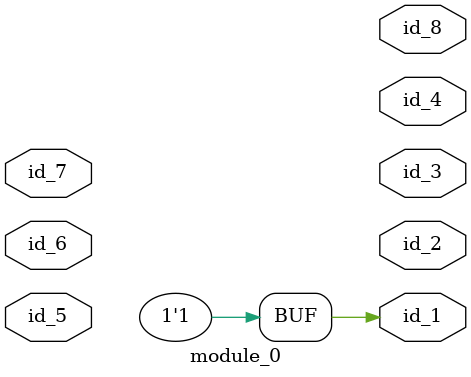
<source format=v>
`timescale 1 ps / 1ps `timescale 1 ps / 1ps `timescale 1ps / 1 ps
module module_0 (
    id_1,
    id_2,
    id_3,
    id_4,
    id_5,
    id_6,
    id_7,
    id_8
);
  output id_8;
  inout id_7;
  input id_6;
  input id_5;
  output id_4;
  output id_3;
  output id_2;
  output id_1;
  assign id_1 = 1;
endmodule

</source>
